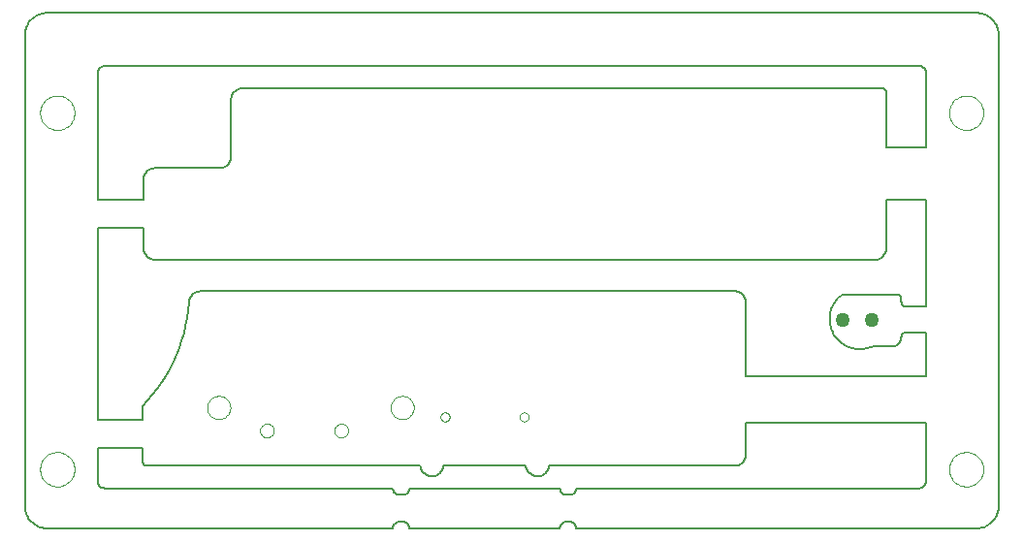
<source format=gbp>
G75*
G70*
%OFA0B0*%
%FSLAX24Y24*%
%IPPOS*%
%LPD*%
%AMOC8*
5,1,8,0,0,1.08239X$1,22.5*
%
%ADD10C,0.0050*%
%ADD11C,0.0000*%
%ADD12C,0.0500*%
D10*
X001677Y000927D02*
X013576Y000927D01*
X013576Y000955D01*
X013580Y000983D01*
X013587Y001010D01*
X013598Y001036D01*
X013612Y001060D01*
X013629Y001082D01*
X013649Y001102D01*
X013671Y001119D01*
X013695Y001133D01*
X013721Y001144D01*
X013748Y001151D01*
X013776Y001155D01*
X013926Y001155D01*
X013954Y001151D01*
X013981Y001144D01*
X014007Y001133D01*
X014031Y001119D01*
X014053Y001102D01*
X014073Y001082D01*
X014090Y001060D01*
X014104Y001036D01*
X014115Y001010D01*
X014122Y000983D01*
X014126Y000955D01*
X014126Y000927D01*
X019313Y000927D01*
X019313Y000955D01*
X019317Y000983D01*
X019324Y001010D01*
X019335Y001036D01*
X019349Y001060D01*
X019366Y001082D01*
X019386Y001102D01*
X019408Y001119D01*
X019432Y001133D01*
X019458Y001144D01*
X019485Y001151D01*
X019513Y001155D01*
X019663Y001155D01*
X019663Y001156D02*
X019692Y001152D01*
X019719Y001145D01*
X019745Y001135D01*
X019770Y001121D01*
X019793Y001104D01*
X019813Y001084D01*
X019831Y001062D01*
X019845Y001037D01*
X019857Y001011D01*
X019864Y000984D01*
X019868Y000956D01*
X019869Y000928D01*
X019869Y000927D02*
X033631Y000927D01*
X033630Y000927D02*
X033684Y000929D01*
X033738Y000934D01*
X033791Y000943D01*
X033844Y000956D01*
X033895Y000973D01*
X033945Y000993D01*
X033993Y001017D01*
X034040Y001044D01*
X034085Y001075D01*
X034127Y001108D01*
X034167Y001145D01*
X034204Y001184D01*
X034238Y001226D01*
X034269Y001270D01*
X034297Y001316D01*
X034321Y001364D01*
X034342Y001414D01*
X034360Y001465D01*
X034374Y001517D01*
X034384Y001570D01*
X034390Y001624D01*
X034392Y001677D01*
X034392Y017896D01*
X034392Y017895D02*
X034390Y017949D01*
X034383Y018003D01*
X034373Y018056D01*
X034360Y018108D01*
X034342Y018159D01*
X034321Y018209D01*
X034297Y018257D01*
X034269Y018303D01*
X034237Y018347D01*
X034203Y018388D01*
X034166Y018427D01*
X034126Y018464D01*
X034084Y018497D01*
X034040Y018528D01*
X033993Y018555D01*
X033945Y018578D01*
X033895Y018599D01*
X033843Y018615D01*
X033791Y018628D01*
X033738Y018637D01*
X033684Y018643D01*
X033631Y018644D01*
X001677Y018644D01*
X001624Y018642D01*
X001570Y018637D01*
X001518Y018627D01*
X001466Y018614D01*
X001415Y018597D01*
X001366Y018577D01*
X001318Y018553D01*
X001272Y018526D01*
X001228Y018495D01*
X001186Y018462D01*
X001147Y018425D01*
X001111Y018386D01*
X001077Y018345D01*
X001046Y018301D01*
X001019Y018255D01*
X000995Y018207D01*
X000975Y018158D01*
X000958Y018107D01*
X000944Y018055D01*
X000935Y018003D01*
X000929Y017949D01*
X000927Y017896D01*
X000927Y001677D01*
X000929Y001623D01*
X000935Y001570D01*
X000944Y001518D01*
X000957Y001466D01*
X000974Y001415D01*
X000995Y001365D01*
X001019Y001318D01*
X001046Y001272D01*
X001077Y001228D01*
X001110Y001186D01*
X001147Y001147D01*
X001186Y001110D01*
X001228Y001077D01*
X001272Y001046D01*
X001318Y001019D01*
X001365Y000995D01*
X001415Y000974D01*
X001466Y000957D01*
X001518Y000944D01*
X001570Y000935D01*
X001623Y000929D01*
X001677Y000927D01*
X003677Y002305D02*
X013576Y002305D01*
X013576Y002277D01*
X013580Y002249D01*
X013587Y002222D01*
X013598Y002196D01*
X013612Y002172D01*
X013629Y002150D01*
X013649Y002130D01*
X013671Y002113D01*
X013695Y002099D01*
X013721Y002088D01*
X013748Y002081D01*
X013776Y002077D01*
X013926Y002077D01*
X013954Y002081D01*
X013981Y002088D01*
X014007Y002099D01*
X014031Y002113D01*
X014053Y002130D01*
X014073Y002150D01*
X014090Y002172D01*
X014104Y002196D01*
X014115Y002222D01*
X014122Y002249D01*
X014126Y002277D01*
X014126Y002305D01*
X019313Y002305D01*
X019313Y002277D01*
X019317Y002249D01*
X019324Y002222D01*
X019335Y002196D01*
X019349Y002172D01*
X019366Y002150D01*
X019386Y002130D01*
X019408Y002113D01*
X019432Y002099D01*
X019458Y002088D01*
X019485Y002081D01*
X019513Y002077D01*
X019663Y002077D01*
X019692Y002081D01*
X019719Y002088D01*
X019745Y002098D01*
X019770Y002112D01*
X019793Y002129D01*
X019813Y002149D01*
X019831Y002171D01*
X019845Y002196D01*
X019857Y002222D01*
X019864Y002249D01*
X019868Y002277D01*
X019869Y002305D01*
X031642Y002305D01*
X031672Y002307D01*
X031702Y002312D01*
X031731Y002321D01*
X031758Y002334D01*
X031784Y002349D01*
X031808Y002368D01*
X031829Y002389D01*
X031848Y002413D01*
X031863Y002439D01*
X031876Y002466D01*
X031885Y002495D01*
X031890Y002525D01*
X031892Y002555D01*
X031892Y004570D01*
X025710Y004570D01*
X025710Y003477D01*
X025708Y003438D01*
X025702Y003399D01*
X025693Y003361D01*
X025680Y003324D01*
X025663Y003288D01*
X025643Y003255D01*
X025619Y003223D01*
X025593Y003194D01*
X025564Y003168D01*
X025532Y003144D01*
X025499Y003124D01*
X025463Y003107D01*
X025426Y003094D01*
X025388Y003085D01*
X025349Y003079D01*
X025310Y003077D01*
X018928Y003077D01*
X018928Y003078D02*
X018923Y003039D01*
X018914Y003001D01*
X018901Y002964D01*
X018885Y002929D01*
X018865Y002895D01*
X018842Y002863D01*
X018816Y002834D01*
X018787Y002808D01*
X018756Y002785D01*
X018722Y002764D01*
X018687Y002748D01*
X018650Y002734D01*
X018613Y002725D01*
X018574Y002719D01*
X018535Y002717D01*
X018496Y002719D01*
X018457Y002725D01*
X018420Y002734D01*
X018383Y002748D01*
X018348Y002764D01*
X018314Y002785D01*
X018283Y002808D01*
X018254Y002834D01*
X018228Y002863D01*
X018205Y002895D01*
X018185Y002929D01*
X018169Y002964D01*
X018156Y003001D01*
X018147Y003039D01*
X018142Y003078D01*
X018141Y003077D02*
X015298Y003077D01*
X015298Y003078D02*
X015293Y003039D01*
X015284Y003001D01*
X015271Y002964D01*
X015255Y002929D01*
X015235Y002895D01*
X015212Y002863D01*
X015186Y002834D01*
X015157Y002808D01*
X015126Y002785D01*
X015092Y002764D01*
X015057Y002748D01*
X015020Y002734D01*
X014983Y002725D01*
X014944Y002719D01*
X014905Y002717D01*
X014866Y002719D01*
X014827Y002725D01*
X014790Y002734D01*
X014753Y002748D01*
X014718Y002764D01*
X014684Y002785D01*
X014653Y002808D01*
X014624Y002834D01*
X014598Y002863D01*
X014575Y002895D01*
X014555Y002929D01*
X014539Y002964D01*
X014526Y003001D01*
X014517Y003039D01*
X014512Y003078D01*
X014511Y003077D02*
X005110Y003077D01*
X005085Y003082D01*
X005062Y003091D01*
X005039Y003103D01*
X005019Y003118D01*
X005001Y003136D01*
X004986Y003156D01*
X004974Y003178D01*
X004965Y003202D01*
X004960Y003227D01*
X004958Y003252D01*
X004960Y003277D01*
X004960Y003683D01*
X003427Y003683D01*
X003427Y002527D01*
X003431Y002499D01*
X003438Y002471D01*
X003448Y002444D01*
X003461Y002419D01*
X003477Y002396D01*
X003496Y002374D01*
X003517Y002355D01*
X003541Y002339D01*
X003566Y002326D01*
X003593Y002316D01*
X003620Y002309D01*
X003648Y002305D01*
X003677Y002305D01*
X003427Y004671D02*
X004960Y004671D01*
X004960Y005127D01*
X003427Y004671D02*
X003427Y011245D01*
X004994Y011245D01*
X004994Y010564D01*
X004996Y010525D01*
X005002Y010486D01*
X005011Y010448D01*
X005024Y010411D01*
X005041Y010375D01*
X005061Y010342D01*
X005085Y010310D01*
X005111Y010281D01*
X005140Y010255D01*
X005172Y010231D01*
X005205Y010211D01*
X005241Y010194D01*
X005278Y010181D01*
X005316Y010172D01*
X005355Y010166D01*
X005394Y010164D01*
X030138Y010164D01*
X030177Y010166D01*
X030216Y010172D01*
X030254Y010181D01*
X030291Y010194D01*
X030327Y010211D01*
X030360Y010231D01*
X030392Y010255D01*
X030421Y010281D01*
X030447Y010310D01*
X030471Y010342D01*
X030491Y010375D01*
X030508Y010411D01*
X030521Y010448D01*
X030530Y010486D01*
X030536Y010525D01*
X030538Y010564D01*
X030538Y012220D01*
X031892Y012220D01*
X031892Y008560D01*
X031192Y008560D01*
X031169Y008564D01*
X031147Y008571D01*
X031126Y008581D01*
X031107Y008594D01*
X031090Y008610D01*
X031076Y008628D01*
X031064Y008648D01*
X031055Y008669D01*
X031049Y008691D01*
X031046Y008714D01*
X031047Y008737D01*
X031046Y008738D02*
X031046Y008800D01*
X031046Y008823D01*
X031042Y008846D01*
X031036Y008868D01*
X031026Y008889D01*
X031014Y008908D01*
X030999Y008925D01*
X030981Y008940D01*
X030962Y008953D01*
X030941Y008962D01*
X030919Y008968D01*
X030896Y008972D01*
X029019Y008972D01*
X028969Y008934D01*
X028921Y008893D01*
X028876Y008849D01*
X028834Y008803D01*
X028794Y008754D01*
X028758Y008702D01*
X028725Y008649D01*
X028695Y008594D01*
X028668Y008537D01*
X028645Y008478D01*
X028626Y008418D01*
X028610Y008357D01*
X028598Y008296D01*
X028589Y008233D01*
X028585Y008170D01*
X028584Y008108D01*
X028587Y008045D01*
X028594Y007982D01*
X028605Y007920D01*
X028619Y007859D01*
X028637Y007799D01*
X028659Y007740D01*
X028684Y007682D01*
X028713Y007626D01*
X028745Y007572D01*
X028780Y007520D01*
X028818Y007470D01*
X028859Y007422D01*
X028904Y007377D01*
X028950Y007335D01*
X028999Y007296D01*
X029051Y007260D01*
X029104Y007227D01*
X029160Y007197D01*
X029217Y007171D01*
X029275Y007148D01*
X029335Y007129D01*
X029396Y007113D01*
X029458Y007101D01*
X029520Y007093D01*
X029583Y007089D01*
X029646Y007088D01*
X029709Y007092D01*
X029771Y007099D01*
X029833Y007110D01*
X029895Y007124D01*
X029955Y007142D01*
X030014Y007164D01*
X030071Y007190D01*
X030731Y007190D01*
X030764Y007192D01*
X030797Y007198D01*
X030829Y007207D01*
X030860Y007219D01*
X030890Y007234D01*
X030918Y007253D01*
X030943Y007274D01*
X030966Y007298D01*
X030987Y007324D01*
X031005Y007352D01*
X031020Y007382D01*
X031031Y007413D01*
X031040Y007445D01*
X031045Y007478D01*
X031046Y007511D01*
X031047Y007511D02*
X031050Y007534D01*
X031057Y007556D01*
X031067Y007577D01*
X031080Y007597D01*
X031095Y007614D01*
X031113Y007629D01*
X031133Y007641D01*
X031154Y007651D01*
X031177Y007657D01*
X031200Y007660D01*
X031223Y007659D01*
X031223Y007660D02*
X031892Y007660D01*
X031892Y006158D01*
X025710Y006158D01*
X025710Y008677D01*
X025708Y008716D01*
X025702Y008755D01*
X025693Y008793D01*
X025680Y008830D01*
X025663Y008866D01*
X025643Y008899D01*
X025619Y008931D01*
X025593Y008960D01*
X025564Y008986D01*
X025532Y009010D01*
X025499Y009030D01*
X025463Y009047D01*
X025426Y009060D01*
X025388Y009069D01*
X025349Y009075D01*
X025310Y009077D01*
X006960Y009077D01*
X006921Y009075D01*
X006882Y009069D01*
X006844Y009060D01*
X006807Y009047D01*
X006771Y009030D01*
X006738Y009010D01*
X006706Y008986D01*
X006677Y008960D01*
X006651Y008931D01*
X006627Y008899D01*
X006607Y008866D01*
X006590Y008830D01*
X006577Y008793D01*
X006568Y008755D01*
X006562Y008716D01*
X006560Y008677D01*
X006534Y008413D01*
X006496Y008151D01*
X006446Y007891D01*
X006384Y007633D01*
X006310Y007379D01*
X006224Y007129D01*
X006126Y006882D01*
X006017Y006641D01*
X005897Y006404D01*
X005767Y006174D01*
X005625Y005950D01*
X005473Y005733D01*
X005312Y005523D01*
X005141Y005321D01*
X004960Y005127D01*
X004994Y012233D02*
X003427Y012233D01*
X003427Y016586D01*
X003429Y016616D01*
X003434Y016646D01*
X003443Y016675D01*
X003456Y016702D01*
X003471Y016728D01*
X003490Y016752D01*
X003511Y016773D01*
X003535Y016792D01*
X003561Y016807D01*
X003588Y016820D01*
X003617Y016829D01*
X003647Y016834D01*
X003677Y016836D01*
X031642Y016836D01*
X031672Y016834D01*
X031702Y016829D01*
X031731Y016820D01*
X031758Y016807D01*
X031784Y016792D01*
X031808Y016773D01*
X031829Y016752D01*
X031848Y016728D01*
X031863Y016702D01*
X031876Y016675D01*
X031885Y016646D01*
X031890Y016616D01*
X031892Y016586D01*
X031892Y014008D01*
X030538Y014008D01*
X030538Y015914D01*
X030536Y015937D01*
X030531Y015960D01*
X030522Y015982D01*
X030509Y016002D01*
X030494Y016020D01*
X030476Y016035D01*
X030456Y016048D01*
X030434Y016057D01*
X030411Y016062D01*
X030388Y016064D01*
X008410Y016064D01*
X008371Y016062D01*
X008332Y016056D01*
X008294Y016047D01*
X008257Y016034D01*
X008221Y016017D01*
X008188Y015997D01*
X008156Y015973D01*
X008127Y015947D01*
X008101Y015918D01*
X008077Y015886D01*
X008057Y015853D01*
X008040Y015817D01*
X008027Y015780D01*
X008018Y015742D01*
X008012Y015703D01*
X008010Y015664D01*
X008010Y013714D01*
X008008Y013675D01*
X008002Y013636D01*
X007993Y013598D01*
X007980Y013561D01*
X007963Y013525D01*
X007943Y013492D01*
X007919Y013460D01*
X007893Y013431D01*
X007864Y013405D01*
X007832Y013381D01*
X007799Y013361D01*
X007763Y013344D01*
X007726Y013331D01*
X007688Y013322D01*
X007649Y013316D01*
X007610Y013314D01*
X005394Y013314D01*
X005355Y013312D01*
X005316Y013306D01*
X005278Y013297D01*
X005241Y013284D01*
X005205Y013267D01*
X005172Y013247D01*
X005140Y013223D01*
X005111Y013197D01*
X005085Y013168D01*
X005061Y013136D01*
X005041Y013103D01*
X005024Y013067D01*
X005011Y013030D01*
X005002Y012992D01*
X004996Y012953D01*
X004994Y012914D01*
X004994Y012233D01*
D11*
X001440Y015215D02*
X001442Y015263D01*
X001448Y015311D01*
X001458Y015358D01*
X001471Y015404D01*
X001489Y015449D01*
X001509Y015493D01*
X001534Y015535D01*
X001562Y015574D01*
X001592Y015611D01*
X001626Y015645D01*
X001663Y015677D01*
X001701Y015706D01*
X001742Y015731D01*
X001785Y015753D01*
X001830Y015771D01*
X001876Y015785D01*
X001923Y015796D01*
X001971Y015803D01*
X002019Y015806D01*
X002067Y015805D01*
X002115Y015800D01*
X002163Y015791D01*
X002209Y015779D01*
X002254Y015762D01*
X002298Y015742D01*
X002340Y015719D01*
X002380Y015692D01*
X002418Y015662D01*
X002453Y015629D01*
X002485Y015593D01*
X002515Y015555D01*
X002541Y015514D01*
X002563Y015471D01*
X002583Y015427D01*
X002598Y015382D01*
X002610Y015335D01*
X002618Y015287D01*
X002622Y015239D01*
X002622Y015191D01*
X002618Y015143D01*
X002610Y015095D01*
X002598Y015048D01*
X002583Y015003D01*
X002563Y014959D01*
X002541Y014916D01*
X002515Y014875D01*
X002485Y014837D01*
X002453Y014801D01*
X002418Y014768D01*
X002380Y014738D01*
X002340Y014711D01*
X002298Y014688D01*
X002254Y014668D01*
X002209Y014651D01*
X002163Y014639D01*
X002115Y014630D01*
X002067Y014625D01*
X002019Y014624D01*
X001971Y014627D01*
X001923Y014634D01*
X001876Y014645D01*
X001830Y014659D01*
X001785Y014677D01*
X001742Y014699D01*
X001701Y014724D01*
X001663Y014753D01*
X001626Y014785D01*
X001592Y014819D01*
X001562Y014856D01*
X001534Y014895D01*
X001509Y014937D01*
X001489Y014981D01*
X001471Y015026D01*
X001458Y015072D01*
X001448Y015119D01*
X001442Y015167D01*
X001440Y015215D01*
X007182Y005080D02*
X007184Y005120D01*
X007190Y005159D01*
X007200Y005198D01*
X007213Y005235D01*
X007231Y005271D01*
X007252Y005305D01*
X007276Y005337D01*
X007303Y005366D01*
X007333Y005393D01*
X007365Y005416D01*
X007400Y005436D01*
X007436Y005452D01*
X007474Y005465D01*
X007513Y005474D01*
X007552Y005479D01*
X007592Y005480D01*
X007632Y005477D01*
X007671Y005470D01*
X007709Y005459D01*
X007747Y005445D01*
X007782Y005426D01*
X007815Y005405D01*
X007847Y005380D01*
X007875Y005352D01*
X007901Y005322D01*
X007923Y005289D01*
X007942Y005254D01*
X007958Y005217D01*
X007970Y005179D01*
X007978Y005140D01*
X007982Y005100D01*
X007982Y005060D01*
X007978Y005020D01*
X007970Y004981D01*
X007958Y004943D01*
X007942Y004906D01*
X007923Y004871D01*
X007901Y004838D01*
X007875Y004808D01*
X007847Y004780D01*
X007815Y004755D01*
X007782Y004734D01*
X007747Y004715D01*
X007709Y004701D01*
X007671Y004690D01*
X007632Y004683D01*
X007592Y004680D01*
X007552Y004681D01*
X007513Y004686D01*
X007474Y004695D01*
X007436Y004708D01*
X007400Y004724D01*
X007365Y004744D01*
X007333Y004767D01*
X007303Y004794D01*
X007276Y004823D01*
X007252Y004855D01*
X007231Y004889D01*
X007213Y004925D01*
X007200Y004962D01*
X007190Y005001D01*
X007184Y005040D01*
X007182Y005080D01*
X009001Y004288D02*
X009003Y004318D01*
X009009Y004348D01*
X009018Y004377D01*
X009031Y004404D01*
X009048Y004429D01*
X009067Y004452D01*
X009090Y004473D01*
X009115Y004490D01*
X009141Y004504D01*
X009170Y004514D01*
X009199Y004521D01*
X009229Y004524D01*
X009260Y004523D01*
X009290Y004518D01*
X009319Y004509D01*
X009346Y004497D01*
X009372Y004482D01*
X009396Y004463D01*
X009417Y004441D01*
X009435Y004417D01*
X009450Y004390D01*
X009461Y004362D01*
X009469Y004333D01*
X009473Y004303D01*
X009473Y004273D01*
X009469Y004243D01*
X009461Y004214D01*
X009450Y004186D01*
X009435Y004159D01*
X009417Y004135D01*
X009396Y004113D01*
X009372Y004094D01*
X009346Y004079D01*
X009319Y004067D01*
X009290Y004058D01*
X009260Y004053D01*
X009229Y004052D01*
X009199Y004055D01*
X009170Y004062D01*
X009141Y004072D01*
X009115Y004086D01*
X009090Y004103D01*
X009067Y004124D01*
X009048Y004147D01*
X009031Y004172D01*
X009018Y004199D01*
X009009Y004228D01*
X009003Y004258D01*
X009001Y004288D01*
X011560Y004288D02*
X011562Y004318D01*
X011568Y004348D01*
X011577Y004377D01*
X011590Y004404D01*
X011607Y004429D01*
X011626Y004452D01*
X011649Y004473D01*
X011674Y004490D01*
X011700Y004504D01*
X011729Y004514D01*
X011758Y004521D01*
X011788Y004524D01*
X011819Y004523D01*
X011849Y004518D01*
X011878Y004509D01*
X011905Y004497D01*
X011931Y004482D01*
X011955Y004463D01*
X011976Y004441D01*
X011994Y004417D01*
X012009Y004390D01*
X012020Y004362D01*
X012028Y004333D01*
X012032Y004303D01*
X012032Y004273D01*
X012028Y004243D01*
X012020Y004214D01*
X012009Y004186D01*
X011994Y004159D01*
X011976Y004135D01*
X011955Y004113D01*
X011931Y004094D01*
X011905Y004079D01*
X011878Y004067D01*
X011849Y004058D01*
X011819Y004053D01*
X011788Y004052D01*
X011758Y004055D01*
X011729Y004062D01*
X011700Y004072D01*
X011674Y004086D01*
X011649Y004103D01*
X011626Y004124D01*
X011607Y004147D01*
X011590Y004172D01*
X011577Y004199D01*
X011568Y004228D01*
X011562Y004258D01*
X011560Y004288D01*
X013487Y005080D02*
X013489Y005120D01*
X013495Y005159D01*
X013505Y005198D01*
X013518Y005235D01*
X013536Y005271D01*
X013557Y005305D01*
X013581Y005337D01*
X013608Y005366D01*
X013638Y005393D01*
X013670Y005416D01*
X013705Y005436D01*
X013741Y005452D01*
X013779Y005465D01*
X013818Y005474D01*
X013857Y005479D01*
X013897Y005480D01*
X013937Y005477D01*
X013976Y005470D01*
X014014Y005459D01*
X014052Y005445D01*
X014087Y005426D01*
X014120Y005405D01*
X014152Y005380D01*
X014180Y005352D01*
X014206Y005322D01*
X014228Y005289D01*
X014247Y005254D01*
X014263Y005217D01*
X014275Y005179D01*
X014283Y005140D01*
X014287Y005100D01*
X014287Y005060D01*
X014283Y005020D01*
X014275Y004981D01*
X014263Y004943D01*
X014247Y004906D01*
X014228Y004871D01*
X014206Y004838D01*
X014180Y004808D01*
X014152Y004780D01*
X014120Y004755D01*
X014087Y004734D01*
X014052Y004715D01*
X014014Y004701D01*
X013976Y004690D01*
X013937Y004683D01*
X013897Y004680D01*
X013857Y004681D01*
X013818Y004686D01*
X013779Y004695D01*
X013741Y004708D01*
X013705Y004724D01*
X013670Y004744D01*
X013638Y004767D01*
X013608Y004794D01*
X013581Y004823D01*
X013557Y004855D01*
X013536Y004889D01*
X013518Y004925D01*
X013505Y004962D01*
X013495Y005001D01*
X013489Y005040D01*
X013487Y005080D01*
X015204Y004757D02*
X015206Y004782D01*
X015212Y004806D01*
X015221Y004828D01*
X015234Y004849D01*
X015250Y004868D01*
X015269Y004884D01*
X015290Y004897D01*
X015312Y004906D01*
X015336Y004912D01*
X015361Y004914D01*
X015386Y004912D01*
X015410Y004906D01*
X015432Y004897D01*
X015453Y004884D01*
X015472Y004868D01*
X015488Y004849D01*
X015501Y004828D01*
X015510Y004806D01*
X015516Y004782D01*
X015518Y004757D01*
X015516Y004732D01*
X015510Y004708D01*
X015501Y004686D01*
X015488Y004665D01*
X015472Y004646D01*
X015453Y004630D01*
X015432Y004617D01*
X015410Y004608D01*
X015386Y004602D01*
X015361Y004600D01*
X015336Y004602D01*
X015312Y004608D01*
X015290Y004617D01*
X015269Y004630D01*
X015250Y004646D01*
X015234Y004665D01*
X015221Y004686D01*
X015212Y004708D01*
X015206Y004732D01*
X015204Y004757D01*
X017921Y004757D02*
X017923Y004782D01*
X017929Y004806D01*
X017938Y004828D01*
X017951Y004849D01*
X017967Y004868D01*
X017986Y004884D01*
X018007Y004897D01*
X018029Y004906D01*
X018053Y004912D01*
X018078Y004914D01*
X018103Y004912D01*
X018127Y004906D01*
X018149Y004897D01*
X018170Y004884D01*
X018189Y004868D01*
X018205Y004849D01*
X018218Y004828D01*
X018227Y004806D01*
X018233Y004782D01*
X018235Y004757D01*
X018233Y004732D01*
X018227Y004708D01*
X018218Y004686D01*
X018205Y004665D01*
X018189Y004646D01*
X018170Y004630D01*
X018149Y004617D01*
X018127Y004608D01*
X018103Y004602D01*
X018078Y004600D01*
X018053Y004602D01*
X018029Y004608D01*
X018007Y004617D01*
X017986Y004630D01*
X017967Y004646D01*
X017951Y004665D01*
X017938Y004686D01*
X017929Y004708D01*
X017923Y004732D01*
X017921Y004757D01*
X032687Y002959D02*
X032689Y003007D01*
X032695Y003055D01*
X032705Y003102D01*
X032718Y003148D01*
X032736Y003193D01*
X032756Y003237D01*
X032781Y003279D01*
X032809Y003318D01*
X032839Y003355D01*
X032873Y003389D01*
X032910Y003421D01*
X032948Y003450D01*
X032989Y003475D01*
X033032Y003497D01*
X033077Y003515D01*
X033123Y003529D01*
X033170Y003540D01*
X033218Y003547D01*
X033266Y003550D01*
X033314Y003549D01*
X033362Y003544D01*
X033410Y003535D01*
X033456Y003523D01*
X033501Y003506D01*
X033545Y003486D01*
X033587Y003463D01*
X033627Y003436D01*
X033665Y003406D01*
X033700Y003373D01*
X033732Y003337D01*
X033762Y003299D01*
X033788Y003258D01*
X033810Y003215D01*
X033830Y003171D01*
X033845Y003126D01*
X033857Y003079D01*
X033865Y003031D01*
X033869Y002983D01*
X033869Y002935D01*
X033865Y002887D01*
X033857Y002839D01*
X033845Y002792D01*
X033830Y002747D01*
X033810Y002703D01*
X033788Y002660D01*
X033762Y002619D01*
X033732Y002581D01*
X033700Y002545D01*
X033665Y002512D01*
X033627Y002482D01*
X033587Y002455D01*
X033545Y002432D01*
X033501Y002412D01*
X033456Y002395D01*
X033410Y002383D01*
X033362Y002374D01*
X033314Y002369D01*
X033266Y002368D01*
X033218Y002371D01*
X033170Y002378D01*
X033123Y002389D01*
X033077Y002403D01*
X033032Y002421D01*
X032989Y002443D01*
X032948Y002468D01*
X032910Y002497D01*
X032873Y002529D01*
X032839Y002563D01*
X032809Y002600D01*
X032781Y002639D01*
X032756Y002681D01*
X032736Y002725D01*
X032718Y002770D01*
X032705Y002816D01*
X032695Y002863D01*
X032689Y002911D01*
X032687Y002959D01*
X032687Y015215D02*
X032689Y015263D01*
X032695Y015311D01*
X032705Y015358D01*
X032718Y015404D01*
X032736Y015449D01*
X032756Y015493D01*
X032781Y015535D01*
X032809Y015574D01*
X032839Y015611D01*
X032873Y015645D01*
X032910Y015677D01*
X032948Y015706D01*
X032989Y015731D01*
X033032Y015753D01*
X033077Y015771D01*
X033123Y015785D01*
X033170Y015796D01*
X033218Y015803D01*
X033266Y015806D01*
X033314Y015805D01*
X033362Y015800D01*
X033410Y015791D01*
X033456Y015779D01*
X033501Y015762D01*
X033545Y015742D01*
X033587Y015719D01*
X033627Y015692D01*
X033665Y015662D01*
X033700Y015629D01*
X033732Y015593D01*
X033762Y015555D01*
X033788Y015514D01*
X033810Y015471D01*
X033830Y015427D01*
X033845Y015382D01*
X033857Y015335D01*
X033865Y015287D01*
X033869Y015239D01*
X033869Y015191D01*
X033865Y015143D01*
X033857Y015095D01*
X033845Y015048D01*
X033830Y015003D01*
X033810Y014959D01*
X033788Y014916D01*
X033762Y014875D01*
X033732Y014837D01*
X033700Y014801D01*
X033665Y014768D01*
X033627Y014738D01*
X033587Y014711D01*
X033545Y014688D01*
X033501Y014668D01*
X033456Y014651D01*
X033410Y014639D01*
X033362Y014630D01*
X033314Y014625D01*
X033266Y014624D01*
X033218Y014627D01*
X033170Y014634D01*
X033123Y014645D01*
X033077Y014659D01*
X033032Y014677D01*
X032989Y014699D01*
X032948Y014724D01*
X032910Y014753D01*
X032873Y014785D01*
X032839Y014819D01*
X032809Y014856D01*
X032781Y014895D01*
X032756Y014937D01*
X032736Y014981D01*
X032718Y015026D01*
X032705Y015072D01*
X032695Y015119D01*
X032689Y015167D01*
X032687Y015215D01*
X001440Y002959D02*
X001442Y003007D01*
X001448Y003055D01*
X001458Y003102D01*
X001471Y003148D01*
X001489Y003193D01*
X001509Y003237D01*
X001534Y003279D01*
X001562Y003318D01*
X001592Y003355D01*
X001626Y003389D01*
X001663Y003421D01*
X001701Y003450D01*
X001742Y003475D01*
X001785Y003497D01*
X001830Y003515D01*
X001876Y003529D01*
X001923Y003540D01*
X001971Y003547D01*
X002019Y003550D01*
X002067Y003549D01*
X002115Y003544D01*
X002163Y003535D01*
X002209Y003523D01*
X002254Y003506D01*
X002298Y003486D01*
X002340Y003463D01*
X002380Y003436D01*
X002418Y003406D01*
X002453Y003373D01*
X002485Y003337D01*
X002515Y003299D01*
X002541Y003258D01*
X002563Y003215D01*
X002583Y003171D01*
X002598Y003126D01*
X002610Y003079D01*
X002618Y003031D01*
X002622Y002983D01*
X002622Y002935D01*
X002618Y002887D01*
X002610Y002839D01*
X002598Y002792D01*
X002583Y002747D01*
X002563Y002703D01*
X002541Y002660D01*
X002515Y002619D01*
X002485Y002581D01*
X002453Y002545D01*
X002418Y002512D01*
X002380Y002482D01*
X002340Y002455D01*
X002298Y002432D01*
X002254Y002412D01*
X002209Y002395D01*
X002163Y002383D01*
X002115Y002374D01*
X002067Y002369D01*
X002019Y002368D01*
X001971Y002371D01*
X001923Y002378D01*
X001876Y002389D01*
X001830Y002403D01*
X001785Y002421D01*
X001742Y002443D01*
X001701Y002468D01*
X001663Y002497D01*
X001626Y002529D01*
X001592Y002563D01*
X001562Y002600D01*
X001534Y002639D01*
X001509Y002681D01*
X001489Y002725D01*
X001471Y002770D01*
X001458Y002816D01*
X001448Y002863D01*
X001442Y002911D01*
X001440Y002959D01*
D12*
X029046Y008102D03*
X030046Y008102D03*
M02*

</source>
